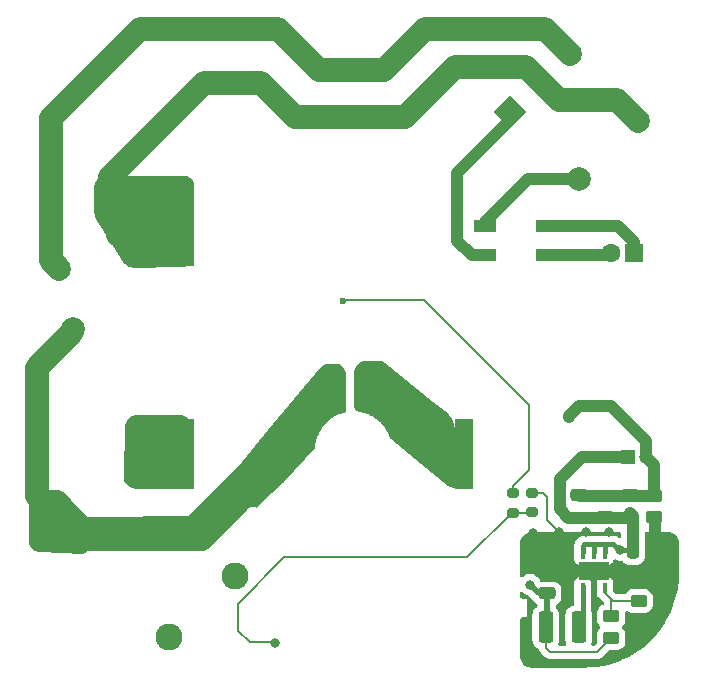
<source format=gbr>
%TF.GenerationSoftware,KiCad,Pcbnew,7.0.7*%
%TF.CreationDate,2023-11-04T15:45:33+01:00*%
%TF.ProjectId,LK-EU01_Smart_Socket_Base,4c4b2d45-5530-4315-9f53-6d6172745f53,rev?*%
%TF.SameCoordinates,Original*%
%TF.FileFunction,Copper,L2,Bot*%
%TF.FilePolarity,Positive*%
%FSLAX46Y46*%
G04 Gerber Fmt 4.6, Leading zero omitted, Abs format (unit mm)*
G04 Created by KiCad (PCBNEW 7.0.7) date 2023-11-04 15:45:33*
%MOMM*%
%LPD*%
G01*
G04 APERTURE LIST*
G04 Aperture macros list*
%AMRoundRect*
0 Rectangle with rounded corners*
0 $1 Rounding radius*
0 $2 $3 $4 $5 $6 $7 $8 $9 X,Y pos of 4 corners*
0 Add a 4 corners polygon primitive as box body*
4,1,4,$2,$3,$4,$5,$6,$7,$8,$9,$2,$3,0*
0 Add four circle primitives for the rounded corners*
1,1,$1+$1,$2,$3*
1,1,$1+$1,$4,$5*
1,1,$1+$1,$6,$7*
1,1,$1+$1,$8,$9*
0 Add four rect primitives between the rounded corners*
20,1,$1+$1,$2,$3,$4,$5,0*
20,1,$1+$1,$4,$5,$6,$7,0*
20,1,$1+$1,$6,$7,$8,$9,0*
20,1,$1+$1,$8,$9,$2,$3,0*%
%AMRotRect*
0 Rectangle, with rotation*
0 The origin of the aperture is its center*
0 $1 length*
0 $2 width*
0 $3 Rotation angle, in degrees counterclockwise*
0 Add horizontal line*
21,1,$1,$2,0,0,$3*%
G04 Aperture macros list end*
%TA.AperFunction,ComponentPad*%
%ADD10R,1.500000X6.000000*%
%TD*%
%TA.AperFunction,SMDPad,CuDef*%
%ADD11RoundRect,0.250000X0.475000X-0.250000X0.475000X0.250000X-0.475000X0.250000X-0.475000X-0.250000X0*%
%TD*%
%TA.AperFunction,ComponentPad*%
%ADD12C,1.600000*%
%TD*%
%TA.AperFunction,SMDPad,CuDef*%
%ADD13R,2.500000X1.600000*%
%TD*%
%TA.AperFunction,SMDPad,CuDef*%
%ADD14R,0.420000X0.840000*%
%TD*%
%TA.AperFunction,SMDPad,CuDef*%
%ADD15R,1.875000X1.050000*%
%TD*%
%TA.AperFunction,ComponentPad*%
%ADD16C,2.000000*%
%TD*%
%TA.AperFunction,ComponentPad*%
%ADD17RotRect,2.000000X2.000000X315.000000*%
%TD*%
%TA.AperFunction,ComponentPad*%
%ADD18C,2.286000*%
%TD*%
%TA.AperFunction,SMDPad,CuDef*%
%ADD19RoundRect,0.250000X-0.250000X-0.475000X0.250000X-0.475000X0.250000X0.475000X-0.250000X0.475000X0*%
%TD*%
%TA.AperFunction,SMDPad,CuDef*%
%ADD20RoundRect,0.250000X0.450000X-0.262500X0.450000X0.262500X-0.450000X0.262500X-0.450000X-0.262500X0*%
%TD*%
%TA.AperFunction,ComponentPad*%
%ADD21C,2.010000*%
%TD*%
%TA.AperFunction,ComponentPad*%
%ADD22C,1.200000*%
%TD*%
%TA.AperFunction,ComponentPad*%
%ADD23R,1.200000X1.200000*%
%TD*%
%TA.AperFunction,SMDPad,CuDef*%
%ADD24RoundRect,0.250000X-0.450000X0.262500X-0.450000X-0.262500X0.450000X-0.262500X0.450000X0.262500X0*%
%TD*%
%TA.AperFunction,SMDPad,CuDef*%
%ADD25RoundRect,0.200000X-0.275000X0.200000X-0.275000X-0.200000X0.275000X-0.200000X0.275000X0.200000X0*%
%TD*%
%TA.AperFunction,ComponentPad*%
%ADD26R,1.600000X1.600000*%
%TD*%
%TA.AperFunction,SMDPad,CuDef*%
%ADD27RoundRect,0.250000X-0.375000X-1.075000X0.375000X-1.075000X0.375000X1.075000X-0.375000X1.075000X0*%
%TD*%
%TA.AperFunction,ViaPad*%
%ADD28C,0.800000*%
%TD*%
%TA.AperFunction,ViaPad*%
%ADD29C,0.600000*%
%TD*%
%TA.AperFunction,Conductor*%
%ADD30C,0.150000*%
%TD*%
%TA.AperFunction,Conductor*%
%ADD31C,1.000000*%
%TD*%
%TA.AperFunction,Conductor*%
%ADD32C,2.000000*%
%TD*%
%TA.AperFunction,Conductor*%
%ADD33C,0.400000*%
%TD*%
%TA.AperFunction,Conductor*%
%ADD34C,0.500000*%
%TD*%
G04 APERTURE END LIST*
D10*
%TO.P,U1,1a,AC_OUT_Line*%
%TO.N,AC_IN_LINE*%
X118050000Y-91790000D03*
%TO.P,U1,2a,AC_OUT_Neutral*%
%TO.N,AC_OUT_NEUTRAL*%
X118050000Y-110700000D03*
%TO.P,U1,3a,AC_IN_Neutral*%
%TO.N,AC_IN_NEUTRAL*%
X141630000Y-110690000D03*
%TD*%
D11*
%TO.P,HLC3,2*%
%TO.N,GND3*%
X155670000Y-114180000D03*
%TO.P,HLC3,1*%
%TO.N,5V0*%
X155670000Y-116080000D03*
%TD*%
D12*
%TO.P,HLV1,2*%
%TO.N,AC_IN_LINE*%
X111680000Y-88300000D03*
%TO.P,HLV1,1*%
%TO.N,Net-(HLC2-Pad1)*%
X106680000Y-89600000D03*
%TD*%
D13*
%TO.P,AUR1,7,GND*%
%TO.N,GND*%
X152630000Y-120570000D03*
D14*
%TO.P,AUR1,6,EN*%
%TO.N,5V0*%
X153580000Y-119135000D03*
%TO.P,AUR1,5,VIN_A*%
X152630000Y-119135000D03*
%TO.P,AUR1,4,VIN_SW*%
X151680000Y-119135000D03*
%TO.P,AUR1,3,SW*%
%TO.N,Net-(AUR1-SW)*%
X151680000Y-122005000D03*
%TO.P,AUR1,2,GND*%
%TO.N,GND*%
X152630000Y-122005000D03*
%TO.P,AUR1,1,FB*%
%TO.N,Net-(AUR1-FB)*%
X153580000Y-122005000D03*
%TD*%
D15*
%TO.P,D2,4*%
%TO.N,Net-(D2-Pad4)*%
X143378250Y-93830000D03*
%TO.P,D2,3*%
%TO.N,GND3*%
X148703250Y-93830000D03*
%TO.P,D2,2*%
%TO.N,Net-(D2-Pad2)*%
X143378250Y-91330000D03*
%TO.P,D2,1*%
%TO.N,Net-(U3-DRAIN)*%
X148703250Y-91330000D03*
%TD*%
D16*
%TO.P,HLL2,4,4*%
%TO.N,AC_IN_LINE*%
X156388393Y-82480164D03*
%TO.P,HLL2,3,3*%
%TO.N,Net-(D2-Pad2)*%
X151350257Y-87408698D03*
%TO.P,HLL2,2,2*%
%TO.N,Net-(HLC2-Pad1)*%
X150602138Y-76764620D03*
D17*
%TO.P,HLL2,1,1*%
%TO.N,Net-(D2-Pad4)*%
X145553396Y-81710832D03*
%TD*%
D16*
%TO.P,HLC2,2*%
%TO.N,AC_IN_LINE*%
X117860000Y-81030000D03*
%TO.P,HLC2,1*%
%TO.N,Net-(HLC2-Pad1)*%
X107860000Y-81030000D03*
%TD*%
D18*
%TO.P,U2,4*%
%TO.N,AC_IN_NEUTRAL_HAL*%
X106759581Y-115505892D03*
%TO.P,U2,3*%
%TO.N,AC_OUT_NEUTRAL*%
X114009719Y-112122328D03*
%TO.P,U2,2*%
%TO.N,Net-(HLD1-K)*%
X122240946Y-120963901D03*
%TO.P,U2,1*%
%TO.N,GND*%
X116675344Y-126153908D03*
%TD*%
D19*
%TO.P,AC2,2*%
%TO.N,GND*%
X157840000Y-118840000D03*
%TO.P,AC2,1*%
%TO.N,5V0*%
X155940000Y-118840000D03*
%TD*%
D11*
%TO.P,AC1,2*%
%TO.N,GND*%
X148660000Y-120570000D03*
%TO.P,AC1,1*%
%TO.N,3V3*%
X148660000Y-122470000D03*
%TD*%
D20*
%TO.P,AR1,2*%
%TO.N,GND*%
X156410000Y-121307500D03*
%TO.P,AR1,1*%
%TO.N,Net-(AUR1-FB)*%
X156410000Y-123132500D03*
%TD*%
D21*
%TO.P,PF1,2*%
%TO.N,AC_IN_NEUTRAL_HAL*%
X108570000Y-100070000D03*
%TO.P,PF1,1*%
%TO.N,Net-(HLC2-Pad1)*%
X107370000Y-94970000D03*
%TD*%
D22*
%TO.P,C1,2*%
%TO.N,GND3*%
X157030000Y-110900000D03*
D23*
%TO.P,C1,1*%
%TO.N,5V0*%
X155530000Y-110900000D03*
%TD*%
D24*
%TO.P,AR3,2*%
%TO.N,5V0*%
X153540000Y-116022500D03*
%TO.P,AR3,1*%
%TO.N,GND3*%
X153540000Y-114197500D03*
%TD*%
D25*
%TO.P,ER1,2*%
%TO.N,ACS_HALL_PAD1B*%
X145750000Y-115625000D03*
%TO.P,ER1,1*%
%TO.N,Net-(ACS1-VIOUT)*%
X145750000Y-113975000D03*
%TD*%
%TO.P,ER2,2*%
%TO.N,ACS_HALL_PAD1B*%
X147360000Y-115615000D03*
%TO.P,ER2,1*%
%TO.N,GND*%
X147360000Y-113965000D03*
%TD*%
D11*
%TO.P,HLC1,2*%
%TO.N,GND3*%
X151410000Y-114170000D03*
%TO.P,HLC1,1*%
%TO.N,5V0*%
X151410000Y-116070000D03*
%TD*%
D20*
%TO.P,AR2,2*%
%TO.N,Net-(AUR1-FB)*%
X154090000Y-124422500D03*
%TO.P,AR2,1*%
%TO.N,3V3*%
X154090000Y-126247500D03*
%TD*%
D24*
%TO.P,HLR1,2*%
%TO.N,GND*%
X157700000Y-116022500D03*
%TO.P,HLR1,1*%
%TO.N,GND3*%
X157700000Y-114197500D03*
%TD*%
D12*
%TO.P,C2,2*%
%TO.N,GND3*%
X154070000Y-93650000D03*
D26*
%TO.P,C2,1*%
%TO.N,Net-(U3-DRAIN)*%
X156070000Y-93650000D03*
%TD*%
D27*
%TO.P,AL1,2,2*%
%TO.N,Net-(AUR1-SW)*%
X151350000Y-125335000D03*
%TO.P,AL1,1,1*%
%TO.N,3V3*%
X148550000Y-125335000D03*
%TD*%
D28*
%TO.N,ACS_HALL_PAD1B*%
X125610000Y-126670000D03*
%TO.N,GND3*%
X151380000Y-106590000D03*
X150490000Y-107570000D03*
%TO.N,5V0*%
X154870000Y-118800000D03*
%TO.N,GND*%
X146860000Y-127810000D03*
X156530000Y-125290000D03*
X146840000Y-119250000D03*
X147490000Y-117330000D03*
X157770000Y-117250000D03*
X154990000Y-120920000D03*
X151950000Y-117290000D03*
X149690000Y-117290000D03*
X153880000Y-117280000D03*
X150260000Y-120590000D03*
X157960000Y-120800000D03*
%TO.N,3V3*%
X147220000Y-121730000D03*
%TO.N,AC_IN_NEUTRAL*%
X136190000Y-108500000D03*
X133540000Y-106330000D03*
X136710000Y-106820000D03*
X139390000Y-107300000D03*
X139270000Y-109180000D03*
X135330000Y-104090000D03*
X139430000Y-111100000D03*
X135360000Y-105790000D03*
X138020000Y-106110000D03*
X138050000Y-107910000D03*
X137650000Y-109560000D03*
X136620000Y-105100000D03*
%TO.N,AC_IN_LINE*%
X115840000Y-91070000D03*
X114130000Y-91640000D03*
X112340000Y-92100000D03*
X115330000Y-92980000D03*
X114410000Y-94310000D03*
X115440000Y-87840000D03*
X113180000Y-93750000D03*
X111440000Y-90460000D03*
X115390000Y-89310000D03*
X117650000Y-87840000D03*
X113430000Y-87900000D03*
X114030000Y-90180000D03*
X116220000Y-94260000D03*
%TO.N,AC_OUT_NEUTRAL*%
X113550000Y-107950000D03*
X113710000Y-110050000D03*
X116060000Y-113030000D03*
X116170000Y-111500000D03*
X116050000Y-110020000D03*
X116160000Y-108010000D03*
X114760000Y-108740000D03*
D29*
%TO.N,Net-(ACS1-VIOUT)*%
X131360000Y-97740000D03*
D28*
%TO.N,AC_IN_NEUTRAL_HAL*%
X125860000Y-109580000D03*
X109010000Y-116440000D03*
X127960000Y-109590000D03*
X127050000Y-108110000D03*
X122690000Y-112780000D03*
X119770000Y-115510000D03*
X113620000Y-116640000D03*
X109800000Y-118050000D03*
X124330000Y-111040000D03*
X107190000Y-117800000D03*
X130390000Y-106260000D03*
X126110000Y-111140000D03*
X124490000Y-112640000D03*
X115680000Y-116600000D03*
X114550000Y-117900000D03*
X128970000Y-107450000D03*
X123040000Y-114300000D03*
X116840000Y-118180000D03*
X121400000Y-115820000D03*
X111180000Y-116640000D03*
X121410000Y-114050000D03*
X128710000Y-105910000D03*
X118070000Y-116680000D03*
X112350000Y-118110000D03*
X119760000Y-117510000D03*
%TD*%
D30*
%TO.N,Net-(ACS1-VIOUT)*%
X145750000Y-113360000D02*
X145750000Y-113975000D01*
X147120000Y-111990000D02*
X145750000Y-113360000D01*
X138260000Y-97630000D02*
X147120000Y-106490000D01*
X147120000Y-106490000D02*
X147120000Y-111990000D01*
X131470000Y-97630000D02*
X138260000Y-97630000D01*
X131360000Y-97740000D02*
X131470000Y-97630000D01*
%TO.N,ACS_HALL_PAD1B*%
X125570000Y-126630000D02*
X125610000Y-126670000D01*
X122480000Y-123330000D02*
X122480000Y-125630000D01*
X126420000Y-119390000D02*
X122480000Y-123330000D01*
X145675000Y-115625000D02*
X141910000Y-119390000D01*
X145750000Y-115625000D02*
X145675000Y-115625000D01*
X141910000Y-119390000D02*
X126420000Y-119390000D01*
X122480000Y-125630000D02*
X123480000Y-126630000D01*
X123480000Y-126630000D02*
X125570000Y-126630000D01*
X125650000Y-126630000D02*
X125720000Y-126630000D01*
X125610000Y-126670000D02*
X125650000Y-126630000D01*
D31*
%TO.N,GND3*%
X153920000Y-93800000D02*
X154070000Y-93650000D01*
X151380000Y-106590000D02*
X150490000Y-107480000D01*
X151430000Y-114190000D02*
X157652500Y-114190000D01*
X157030000Y-110900000D02*
X157030000Y-109570000D01*
X157700000Y-111570000D02*
X157030000Y-110900000D01*
X150490000Y-107480000D02*
X150490000Y-107570000D01*
X148703250Y-93830000D02*
X148733250Y-93800000D01*
X148733250Y-93800000D02*
X153920000Y-93800000D01*
X154050000Y-106590000D02*
X151380000Y-106590000D01*
X157030000Y-109570000D02*
X154050000Y-106590000D01*
X157700000Y-114197500D02*
X157700000Y-111570000D01*
D32*
%TO.N,Net-(HLC2-Pad1)*%
X106680000Y-94280000D02*
X107370000Y-94970000D01*
X125856854Y-74646854D02*
X129360000Y-78150000D01*
X148484372Y-74646854D02*
X150602138Y-76764620D01*
X106680000Y-82210000D02*
X107860000Y-81030000D01*
X106680000Y-89600000D02*
X106680000Y-82210000D01*
X107860000Y-81030000D02*
X114243146Y-74646854D01*
X106680000Y-89600000D02*
X106680000Y-94280000D01*
X138333146Y-74646854D02*
X148484372Y-74646854D01*
X129360000Y-78150000D02*
X134830000Y-78150000D01*
X134830000Y-78150000D02*
X138333146Y-74646854D01*
X114243146Y-74646854D02*
X125856854Y-74646854D01*
D33*
%TO.N,5V0*%
X153570000Y-118995000D02*
X153570000Y-118350000D01*
X153570000Y-118350000D02*
X153520000Y-118300000D01*
X155900000Y-118800000D02*
X155940000Y-118840000D01*
X152690000Y-118300000D02*
X153520000Y-118300000D01*
D31*
X149730000Y-113910000D02*
X149730000Y-112800000D01*
D33*
X151670000Y-118995000D02*
X151670000Y-118430000D01*
X153520000Y-118300000D02*
X154290000Y-118300000D01*
X152620000Y-118995000D02*
X152620000Y-118370000D01*
D31*
X150450000Y-116070000D02*
X149730000Y-115350000D01*
D33*
X154870000Y-118800000D02*
X155900000Y-118800000D01*
X154830000Y-118840000D02*
X154870000Y-118800000D01*
X151800000Y-118300000D02*
X152690000Y-118300000D01*
X151670000Y-118430000D02*
X151800000Y-118300000D01*
D31*
X155940000Y-118840000D02*
X155940000Y-115910000D01*
D33*
X152620000Y-118370000D02*
X152690000Y-118300000D01*
D31*
X151410000Y-116070000D02*
X150450000Y-116070000D01*
D30*
X149730000Y-115560000D02*
X149730000Y-113910000D01*
D31*
X151630000Y-110900000D02*
X155530000Y-110900000D01*
X149730000Y-115350000D02*
X149730000Y-113910000D01*
X155940000Y-115910000D02*
X155690000Y-115660000D01*
D33*
X154290000Y-118300000D02*
X154830000Y-118840000D01*
D31*
X149730000Y-112800000D02*
X151630000Y-110900000D01*
X155640000Y-116070000D02*
X151410000Y-116070000D01*
D33*
%TO.N,GND*%
X156410000Y-121307500D02*
X155447500Y-121307500D01*
X150240000Y-120570000D02*
X148660000Y-120570000D01*
X150280000Y-120570000D02*
X150260000Y-120590000D01*
X154990000Y-120850000D02*
X154710000Y-120570000D01*
X150260000Y-120590000D02*
X150240000Y-120570000D01*
X157840000Y-120680000D02*
X157960000Y-120800000D01*
D30*
X149690000Y-117290000D02*
X148660000Y-116260000D01*
D33*
X157840000Y-120840000D02*
X157372500Y-121307500D01*
X157840000Y-118840000D02*
X157840000Y-120680000D01*
D30*
X148660000Y-116260000D02*
X148660000Y-114300000D01*
D33*
X152630000Y-122005000D02*
X152630000Y-120570000D01*
X154710000Y-120570000D02*
X152630000Y-120570000D01*
X155060000Y-120920000D02*
X154990000Y-120920000D01*
X157372500Y-121307500D02*
X156410000Y-121307500D01*
D31*
X157770000Y-116500000D02*
X157770000Y-117250000D01*
D33*
X155447500Y-121307500D02*
X155060000Y-120920000D01*
X154990000Y-120920000D02*
X154990000Y-120850000D01*
X152630000Y-120570000D02*
X150280000Y-120570000D01*
X157960000Y-120800000D02*
X157840000Y-120840000D01*
D30*
X148325000Y-113965000D02*
X147360000Y-113965000D01*
X148660000Y-114300000D02*
X148325000Y-113965000D01*
%TO.N,3V3*%
X152900000Y-127470000D02*
X148950000Y-127470000D01*
D34*
X148660000Y-122470000D02*
X148660000Y-125225000D01*
D30*
X148950000Y-127470000D02*
X148550000Y-127070000D01*
X148550000Y-127070000D02*
X148550000Y-125335000D01*
X154090000Y-126247500D02*
X154090000Y-126280000D01*
D34*
X147960000Y-122470000D02*
X148660000Y-122470000D01*
D30*
X154090000Y-126280000D02*
X152900000Y-127470000D01*
D34*
X147220000Y-121730000D02*
X147960000Y-122470000D01*
X148660000Y-125225000D02*
X148550000Y-125335000D01*
D33*
%TO.N,Net-(AUR1-SW)*%
X151670000Y-125015000D02*
X151350000Y-125335000D01*
X151670000Y-121865000D02*
X151670000Y-125015000D01*
D30*
%TO.N,Net-(AUR1-FB)*%
X153570000Y-122450000D02*
X154005000Y-122885000D01*
X154005000Y-122885000D02*
X154130000Y-123010000D01*
X154130000Y-123010000D02*
X154090000Y-123050000D01*
X156410000Y-123132500D02*
X154252500Y-123132500D01*
X154252500Y-123132500D02*
X154005000Y-122885000D01*
X153570000Y-121865000D02*
X153570000Y-122450000D01*
X154090000Y-123050000D02*
X154090000Y-124422500D01*
D34*
%TO.N,AC_IN_NEUTRAL*%
X140610000Y-110550000D02*
X141330000Y-110550000D01*
D32*
X140540000Y-110590000D02*
X140500000Y-110550000D01*
%TO.N,AC_IN_LINE*%
X112340000Y-90340000D02*
X112460000Y-90460000D01*
X111440000Y-90460000D02*
X111440000Y-89440000D01*
X111680000Y-88300000D02*
X111680000Y-87210000D01*
X146910000Y-77890000D02*
X149690000Y-80670000D01*
X113990000Y-91640000D02*
X114000000Y-91650000D01*
X111680000Y-87210000D02*
X117860000Y-81030000D01*
X116960000Y-91700000D02*
X116910000Y-91650000D01*
X114130000Y-91640000D02*
X113990000Y-91640000D01*
X112460000Y-90460000D02*
X111440000Y-90460000D01*
X114100000Y-92100000D02*
X112340000Y-92100000D01*
X113650000Y-91650000D02*
X114100000Y-92100000D01*
X124440000Y-79280000D02*
X127300000Y-82140000D01*
X136660000Y-82140000D02*
X140910000Y-77890000D01*
X115840000Y-91070000D02*
X115840000Y-92470000D01*
X154578229Y-80670000D02*
X156388393Y-82480164D01*
X115840000Y-92470000D02*
X115330000Y-92980000D01*
X140910000Y-77890000D02*
X146910000Y-77890000D01*
X117860000Y-81030000D02*
X119610000Y-79280000D01*
X127300000Y-82140000D02*
X136660000Y-82140000D01*
X149690000Y-80670000D02*
X154578229Y-80670000D01*
X117240000Y-91070000D02*
X115840000Y-91070000D01*
X115330000Y-92980000D02*
X114130000Y-91780000D01*
X114000000Y-91650000D02*
X113650000Y-91650000D01*
X111680000Y-89680000D02*
X111680000Y-88300000D01*
X119610000Y-79280000D02*
X124440000Y-79280000D01*
X111440000Y-89440000D02*
X111680000Y-89680000D01*
X116660000Y-91650000D02*
X117240000Y-91070000D01*
X116910000Y-91650000D02*
X116660000Y-91650000D01*
X114130000Y-91780000D02*
X114130000Y-91640000D01*
X112340000Y-92100000D02*
X112340000Y-90340000D01*
D31*
%TO.N,Net-(U3-DRAIN)*%
X156070000Y-92750000D02*
X156070000Y-93650000D01*
X154680000Y-91360000D02*
X156070000Y-92750000D01*
X148703250Y-91330000D02*
X148733250Y-91360000D01*
X148733250Y-91360000D02*
X154680000Y-91360000D01*
D32*
%TO.N,AC_OUT_NEUTRAL*%
X116170000Y-109962047D02*
X116170000Y-111500000D01*
X115552047Y-110580000D02*
X116170000Y-109962047D01*
X116940000Y-110580000D02*
X116050000Y-110020000D01*
X116170000Y-111500000D02*
X114632047Y-111500000D01*
X114632047Y-111500000D02*
X114009719Y-112122328D01*
X116050000Y-110020000D02*
X115552047Y-110580000D01*
D31*
%TO.N,Net-(D2-Pad2)*%
X143378250Y-91051750D02*
X143378250Y-91330000D01*
X147021302Y-87408698D02*
X143378250Y-91051750D01*
X151350257Y-87408698D02*
X147021302Y-87408698D01*
%TO.N,Net-(D2-Pad4)*%
X141070000Y-86910000D02*
X141070000Y-92620000D01*
X142280000Y-93830000D02*
X143378250Y-93830000D01*
X145553396Y-82426604D02*
X141070000Y-86910000D01*
X145553396Y-81710832D02*
X145553396Y-82426604D01*
X141070000Y-92620000D02*
X142280000Y-93830000D01*
D30*
%TO.N,ACS_HALL_PAD1B*%
X146530000Y-115625000D02*
X147350000Y-115625000D01*
X145750000Y-115625000D02*
X146530000Y-115625000D01*
D32*
%TO.N,AC_IN_NEUTRAL_HAL*%
X105476854Y-103363146D02*
X108480000Y-100360000D01*
X106759581Y-115505892D02*
X105476854Y-114223165D01*
X105476854Y-114223165D02*
X105476854Y-103363146D01*
%TD*%
%TA.AperFunction,Conductor*%
%TO.N,AC_IN_NEUTRAL_HAL*%
G36*
X130698062Y-103010272D02*
G01*
X130867977Y-103025401D01*
X130892116Y-103029995D01*
X131046827Y-103075716D01*
X131069580Y-103084979D01*
X131212231Y-103160317D01*
X131232716Y-103173891D01*
X131357696Y-103275880D01*
X131375103Y-103293228D01*
X131477512Y-103417865D01*
X131491157Y-103438309D01*
X131566969Y-103580695D01*
X131576314Y-103603430D01*
X131622550Y-103757970D01*
X131627227Y-103782099D01*
X131642927Y-103951960D01*
X131643189Y-103958111D01*
X131621399Y-107022987D01*
X131601238Y-107089884D01*
X131548110Y-107135263D01*
X131534423Y-107140450D01*
X131479645Y-107157585D01*
X131474461Y-107158964D01*
X131408763Y-107173426D01*
X131408757Y-107173427D01*
X131187772Y-107247886D01*
X131174946Y-107248391D01*
X131139873Y-107263771D01*
X131134770Y-107265745D01*
X131108509Y-107274593D01*
X131074597Y-107286020D01*
X131074594Y-107286021D01*
X131074586Y-107286024D01*
X130754575Y-107434076D01*
X130754562Y-107434083D01*
X130452441Y-107615862D01*
X130452425Y-107615873D01*
X130171711Y-107829265D01*
X130171701Y-107829273D01*
X129915700Y-108071770D01*
X129687425Y-108340515D01*
X129687418Y-108340525D01*
X129489541Y-108632370D01*
X129489533Y-108632384D01*
X129489533Y-108632385D01*
X129394762Y-108811144D01*
X129324360Y-108943936D01*
X129324358Y-108943939D01*
X129193842Y-109271510D01*
X129193840Y-109271516D01*
X129099511Y-109611260D01*
X129099509Y-109611268D01*
X129042461Y-109959249D01*
X129042460Y-109959253D01*
X129038559Y-110031196D01*
X129035635Y-110052061D01*
X129031672Y-110069432D01*
X129015666Y-110107992D01*
X128996447Y-110138470D01*
X128983813Y-110155185D01*
X126357500Y-113079379D01*
X126357501Y-113079380D01*
X126329394Y-113109409D01*
X126300087Y-113138245D01*
X125376253Y-114010601D01*
X124135884Y-115181852D01*
X124073627Y-115213567D01*
X124004107Y-115206588D01*
X123986073Y-115197491D01*
X123918771Y-115156346D01*
X123812797Y-115120501D01*
X123701531Y-115108934D01*
X123701530Y-115108934D01*
X123701529Y-115108934D01*
X123590450Y-115122211D01*
X123485040Y-115159680D01*
X123485038Y-115159681D01*
X123390503Y-115219490D01*
X123350853Y-115259313D01*
X123294466Y-115315840D01*
X123236897Y-115369919D01*
X123230042Y-115380426D01*
X119921569Y-118697178D01*
X119886609Y-118730004D01*
X119883563Y-118732683D01*
X119837065Y-118770943D01*
X119832175Y-118774579D01*
X119784128Y-118806766D01*
X119777085Y-118810842D01*
X119726139Y-118836022D01*
X119718625Y-118839141D01*
X119664846Y-118857433D01*
X119656993Y-118859542D01*
X119600267Y-118870849D01*
X119594232Y-118871746D01*
X119534309Y-118877659D01*
X119530253Y-118877926D01*
X119482284Y-118879500D01*
X110051961Y-118879500D01*
X110042791Y-118876807D01*
X109960537Y-118879500D01*
X109823600Y-118879500D01*
X109713649Y-118904596D01*
X109612033Y-118953532D01*
X109612030Y-118953533D01*
X109523852Y-119023855D01*
X109484656Y-119073003D01*
X109427467Y-119113142D01*
X109411903Y-119117304D01*
X109404206Y-119118835D01*
X109374601Y-119121100D01*
X105736151Y-118962093D01*
X105730257Y-118961552D01*
X105556191Y-118937179D01*
X105533204Y-118931686D01*
X105375349Y-118877615D01*
X105353821Y-118867860D01*
X105209095Y-118784822D01*
X105189809Y-118771160D01*
X105063464Y-118662169D01*
X105047122Y-118645096D01*
X104943751Y-118514114D01*
X104930946Y-118494255D01*
X104854301Y-118346031D01*
X104845497Y-118324100D01*
X104798372Y-118164042D01*
X104793887Y-118140838D01*
X104777634Y-117971065D01*
X104777354Y-117965192D01*
X104777354Y-114717603D01*
X104777644Y-114711610D01*
X104794366Y-114539364D01*
X104798973Y-114515862D01*
X104847413Y-114353745D01*
X104856456Y-114331564D01*
X104935177Y-114181789D01*
X104948309Y-114161775D01*
X105054382Y-114029925D01*
X105071118Y-114012814D01*
X105200561Y-113903840D01*
X105220273Y-113890267D01*
X105368271Y-113808222D01*
X105390238Y-113798690D01*
X105551242Y-113746651D01*
X105574635Y-113741522D01*
X105751616Y-113720351D01*
X105757582Y-113719930D01*
X107098353Y-113690061D01*
X107104860Y-113690259D01*
X107298231Y-113706371D01*
X107323846Y-113711258D01*
X107500136Y-113764621D01*
X107524165Y-113774762D01*
X107584741Y-113808228D01*
X107685380Y-113863828D01*
X107706762Y-113878777D01*
X107853199Y-114006059D01*
X107857892Y-114010593D01*
X108350360Y-114539372D01*
X109420086Y-115687973D01*
X109420089Y-115687976D01*
X109720000Y-116010000D01*
X110160034Y-116006409D01*
X110160035Y-116006410D01*
X110625603Y-116002611D01*
X118300000Y-115940000D01*
X118979148Y-115255954D01*
X122429428Y-111780793D01*
X122429439Y-111780780D01*
X122460000Y-111750000D01*
X125040160Y-108655935D01*
X129442103Y-103377230D01*
X129446651Y-103372340D01*
X129589915Y-103234098D01*
X129611058Y-103217708D01*
X129772050Y-103118725D01*
X129796211Y-103107259D01*
X129974693Y-103045138D01*
X130000767Y-103039122D01*
X130115893Y-103025401D01*
X130198447Y-103015562D01*
X130205125Y-103015129D01*
X130691925Y-103010032D01*
X130698062Y-103010272D01*
G37*
%TD.AperFunction*%
%TD*%
%TA.AperFunction,Conductor*%
%TO.N,AC_OUT_NEUTRAL*%
G36*
X117581220Y-107359321D02*
G01*
X117763737Y-107375917D01*
X117787930Y-107380576D01*
X117954643Y-107430278D01*
X117977441Y-107439629D01*
X118131035Y-107521315D01*
X118151534Y-107534991D01*
X118285935Y-107645431D01*
X118303326Y-107662890D01*
X118413241Y-107797735D01*
X118426834Y-107818285D01*
X118507915Y-107972204D01*
X118517174Y-107995034D01*
X118566216Y-108161944D01*
X118570779Y-108186159D01*
X118586652Y-108368724D01*
X118586880Y-108374891D01*
X118532696Y-112608046D01*
X118532324Y-112614080D01*
X118512568Y-112792497D01*
X118507589Y-112816116D01*
X118456376Y-112978646D01*
X118446915Y-113000852D01*
X118365186Y-113150379D01*
X118351603Y-113170332D01*
X118242454Y-113301192D01*
X118225262Y-113318136D01*
X118092829Y-113425370D01*
X118072681Y-113438662D01*
X117921975Y-113518211D01*
X117899633Y-113527347D01*
X117736380Y-113576190D01*
X117712691Y-113580825D01*
X117662646Y-113585630D01*
X117533998Y-113597984D01*
X117527977Y-113598267D01*
X116032601Y-113595658D01*
X113817487Y-113591792D01*
X113811313Y-113591474D01*
X113628718Y-113572890D01*
X113604536Y-113567960D01*
X113438130Y-113516342D01*
X113415406Y-113506722D01*
X113262515Y-113423167D01*
X113242145Y-113409236D01*
X113108830Y-113297057D01*
X113091622Y-113279368D01*
X112983165Y-113143011D01*
X112969803Y-113122267D01*
X112890499Y-112967131D01*
X112881508Y-112944147D01*
X112834499Y-112776380D01*
X112830238Y-112752071D01*
X112820030Y-112614080D01*
X112816697Y-112569027D01*
X112816550Y-112562861D01*
X112924965Y-108368553D01*
X112925405Y-108362616D01*
X112946894Y-108187125D01*
X112952033Y-108163914D01*
X113003850Y-108004275D01*
X113013316Y-107982488D01*
X113094652Y-107835659D01*
X113108106Y-107816073D01*
X113215969Y-107687462D01*
X113232897Y-107670819D01*
X113363332Y-107565148D01*
X113383134Y-107552036D01*
X113531325Y-107473205D01*
X113553271Y-107464110D01*
X113713777Y-107415011D01*
X113737065Y-107410269D01*
X113912913Y-107391763D01*
X113918827Y-107391426D01*
X117575066Y-107359070D01*
X117581220Y-107359321D01*
G37*
%TD.AperFunction*%
%TD*%
%TA.AperFunction,Conductor*%
%TO.N,GND*%
G36*
X154882539Y-117269685D02*
G01*
X154928294Y-117322489D01*
X154939500Y-117374000D01*
X154939500Y-117660883D01*
X154919815Y-117727922D01*
X154867011Y-117773677D01*
X154797853Y-117783621D01*
X154745062Y-117762934D01*
X154716582Y-117743276D01*
X154706875Y-117736576D01*
X154703887Y-117734377D01*
X154666646Y-117705201D01*
X154655060Y-117696124D01*
X154655055Y-117696120D01*
X154645813Y-117691961D01*
X154626266Y-117680936D01*
X154624657Y-117679826D01*
X154617930Y-117675182D01*
X154559938Y-117653188D01*
X154556490Y-117651759D01*
X154499930Y-117626304D01*
X154489946Y-117624474D01*
X154468343Y-117618451D01*
X154458874Y-117614860D01*
X154458870Y-117614859D01*
X154397313Y-117607384D01*
X154393612Y-117606821D01*
X154332608Y-117595642D01*
X154332603Y-117595642D01*
X154270697Y-117599387D01*
X154266952Y-117599500D01*
X153594927Y-117599500D01*
X153572576Y-117597469D01*
X153562607Y-117595642D01*
X153562603Y-117595642D01*
X153500697Y-117599387D01*
X153496952Y-117599500D01*
X152713048Y-117599500D01*
X152709303Y-117599387D01*
X152647396Y-117595642D01*
X152647392Y-117595642D01*
X152637424Y-117597469D01*
X152615073Y-117599500D01*
X151823048Y-117599500D01*
X151819303Y-117599387D01*
X151757396Y-117595642D01*
X151757389Y-117595642D01*
X151696386Y-117606821D01*
X151692685Y-117607384D01*
X151631128Y-117614859D01*
X151631121Y-117614861D01*
X151621647Y-117618454D01*
X151600049Y-117624475D01*
X151590069Y-117626304D01*
X151533519Y-117651755D01*
X151530060Y-117653188D01*
X151472071Y-117675181D01*
X151472066Y-117675184D01*
X151463722Y-117680943D01*
X151444187Y-117691961D01*
X151434947Y-117696120D01*
X151434945Y-117696121D01*
X151386136Y-117734359D01*
X151383122Y-117736576D01*
X151332070Y-117771817D01*
X151332068Y-117771818D01*
X151290942Y-117818240D01*
X151288375Y-117820966D01*
X151190966Y-117918375D01*
X151188240Y-117920942D01*
X151141818Y-117962068D01*
X151106586Y-118013109D01*
X151104368Y-118016124D01*
X151066124Y-118064939D01*
X151066119Y-118064948D01*
X151061960Y-118074188D01*
X151050942Y-118093723D01*
X151045187Y-118102061D01*
X151045183Y-118102067D01*
X151045182Y-118102070D01*
X151045180Y-118102074D01*
X151045179Y-118102077D01*
X151023189Y-118160055D01*
X151021757Y-118163513D01*
X150996305Y-118220068D01*
X150994477Y-118230042D01*
X150988453Y-118251653D01*
X150984860Y-118261127D01*
X150984859Y-118261128D01*
X150977384Y-118322685D01*
X150976821Y-118326386D01*
X150965642Y-118387390D01*
X150965642Y-118387395D01*
X150969387Y-118449302D01*
X150969500Y-118453047D01*
X150969500Y-119602870D01*
X150969501Y-119602876D01*
X150975908Y-119662483D01*
X151026202Y-119797328D01*
X151026206Y-119797335D01*
X151112452Y-119912544D01*
X151112455Y-119912547D01*
X151227664Y-119998793D01*
X151227671Y-119998797D01*
X151272618Y-120015560D01*
X151362517Y-120049091D01*
X151422127Y-120055500D01*
X151937872Y-120055499D01*
X151997483Y-120049091D01*
X152111667Y-120006502D01*
X152181358Y-120001519D01*
X152198330Y-120006502D01*
X152312517Y-120049091D01*
X152372127Y-120055500D01*
X152887872Y-120055499D01*
X152947483Y-120049091D01*
X153061668Y-120006502D01*
X153131357Y-120001519D01*
X153148332Y-120006503D01*
X153181415Y-120018842D01*
X153262517Y-120049091D01*
X153322127Y-120055500D01*
X153837872Y-120055499D01*
X153897483Y-120049091D01*
X154032331Y-119998796D01*
X154147546Y-119912546D01*
X154233796Y-119797331D01*
X154238897Y-119783656D01*
X154282011Y-119668060D01*
X154323882Y-119612126D01*
X154389346Y-119587708D01*
X154448628Y-119598112D01*
X154590197Y-119661144D01*
X154775354Y-119700500D01*
X154775355Y-119700500D01*
X154971145Y-119700500D01*
X154971144Y-119702026D01*
X155032197Y-119713182D01*
X155081984Y-119758844D01*
X155097288Y-119783656D01*
X155221344Y-119907712D01*
X155370666Y-119999814D01*
X155537203Y-120054999D01*
X155639991Y-120065500D01*
X156240008Y-120065499D01*
X156240016Y-120065498D01*
X156240019Y-120065498D01*
X156337892Y-120055500D01*
X156342797Y-120054999D01*
X156509334Y-119999814D01*
X156658656Y-119907712D01*
X156782712Y-119783656D01*
X156874814Y-119634334D01*
X156929999Y-119467797D01*
X156940500Y-119365009D01*
X156940500Y-118842606D01*
X156940500Y-117374000D01*
X156960185Y-117306961D01*
X157012989Y-117261206D01*
X157064500Y-117250000D01*
X158843805Y-117250000D01*
X158849886Y-117250299D01*
X158910921Y-117256310D01*
X159029795Y-117268018D01*
X159053623Y-117272757D01*
X159217855Y-117322576D01*
X159240307Y-117331877D01*
X159390724Y-117412276D01*
X159391652Y-117412772D01*
X159411864Y-117426277D01*
X159544520Y-117535145D01*
X159561708Y-117552333D01*
X159670576Y-117684989D01*
X159684081Y-117705201D01*
X159764975Y-117856543D01*
X159774278Y-117879001D01*
X159824094Y-118043224D01*
X159828836Y-118067064D01*
X159846055Y-118241890D01*
X159846354Y-118247971D01*
X159846354Y-120756854D01*
X159835366Y-121078511D01*
X159827746Y-121291880D01*
X159826651Y-121312291D01*
X159826415Y-121315308D01*
X159796429Y-121606997D01*
X159769238Y-121859914D01*
X159768782Y-121863518D01*
X159768372Y-121866263D01*
X159718725Y-122154217D01*
X159672275Y-122411672D01*
X159671497Y-122415343D01*
X159602649Y-122697862D01*
X159537351Y-122953698D01*
X159536372Y-122957122D01*
X159448774Y-123233121D01*
X159364938Y-123485009D01*
X159363787Y-123488175D01*
X159257809Y-123756917D01*
X159155915Y-124002909D01*
X159154625Y-124005811D01*
X159030732Y-124266324D01*
X158911268Y-124504980D01*
X158909869Y-124507614D01*
X158768621Y-124758826D01*
X158632211Y-124988729D01*
X158630734Y-124991096D01*
X158472777Y-125231923D01*
X158319366Y-125452877D01*
X158144580Y-125683367D01*
X157975747Y-125892875D01*
X157785696Y-126110834D01*
X157602284Y-126307834D01*
X157397834Y-126512284D01*
X157200834Y-126695696D01*
X156982875Y-126885747D01*
X156773367Y-127054580D01*
X156542877Y-127229366D01*
X156321923Y-127382777D01*
X156081096Y-127540734D01*
X156078729Y-127542211D01*
X155848826Y-127678621D01*
X155597614Y-127819869D01*
X155594980Y-127821268D01*
X155356324Y-127940732D01*
X155095811Y-128064625D01*
X155092909Y-128065915D01*
X154846917Y-128167809D01*
X154578175Y-128273787D01*
X154575009Y-128274938D01*
X154323121Y-128358774D01*
X154047122Y-128446372D01*
X154043698Y-128447351D01*
X153787862Y-128512649D01*
X153505343Y-128581497D01*
X153501672Y-128582275D01*
X153244217Y-128628725D01*
X152956263Y-128678372D01*
X152953518Y-128678782D01*
X152950357Y-128679181D01*
X152949891Y-128679240D01*
X152696997Y-128706429D01*
X152405308Y-128736415D01*
X152402291Y-128736651D01*
X152387443Y-128737447D01*
X152381876Y-128737746D01*
X152307504Y-128740402D01*
X152168511Y-128745366D01*
X151846854Y-128756354D01*
X147362043Y-128756354D01*
X147355952Y-128756054D01*
X147180839Y-128738779D01*
X147156963Y-128734022D01*
X146992509Y-128684052D01*
X146970025Y-128674723D01*
X146818497Y-128593580D01*
X146798274Y-128580040D01*
X146665526Y-128470855D01*
X146648333Y-128453619D01*
X146539480Y-128320605D01*
X146525985Y-128300341D01*
X146445218Y-128148617D01*
X146435949Y-128126123D01*
X146386382Y-127961535D01*
X146381685Y-127937649D01*
X146367899Y-127794275D01*
X146364354Y-127757419D01*
X146364071Y-127751333D01*
X146368121Y-126110834D01*
X146371453Y-124761058D01*
X146373887Y-124736926D01*
X146390417Y-124654753D01*
X146408982Y-124610166D01*
X146448735Y-124550870D01*
X146482934Y-124516758D01*
X146542318Y-124477159D01*
X146586957Y-124458700D01*
X146641998Y-124447769D01*
X146666648Y-124442875D01*
X146690801Y-124440500D01*
X146965240Y-124440500D01*
X146965383Y-124440528D01*
X146965384Y-124440524D01*
X146989997Y-124440539D01*
X146990000Y-124440541D01*
X146990383Y-124440383D01*
X146990500Y-124440099D01*
X146990541Y-124440000D01*
X146990540Y-124439997D01*
X146990583Y-124415889D01*
X146990500Y-124415467D01*
X146990500Y-122964759D01*
X146990528Y-122964616D01*
X146990524Y-122964616D01*
X146990539Y-122940002D01*
X146990541Y-122940000D01*
X146990462Y-122939808D01*
X146990384Y-122939618D01*
X146990382Y-122939616D01*
X146990099Y-122939500D01*
X146990000Y-122939459D01*
X146965446Y-122939459D01*
X146965240Y-122939500D01*
X146692699Y-122939500D01*
X146668471Y-122937110D01*
X146643961Y-122932226D01*
X146589823Y-122921440D01*
X146545067Y-122902869D01*
X146522070Y-122887472D01*
X146486672Y-122863772D01*
X146452452Y-122829467D01*
X146413498Y-122770974D01*
X146395037Y-122726170D01*
X146379070Y-122644980D01*
X146376739Y-122620747D01*
X146376812Y-122591142D01*
X146377130Y-122462395D01*
X146396979Y-122395408D01*
X146449895Y-122349783D01*
X146519078Y-122340010D01*
X146582562Y-122369191D01*
X146593278Y-122379731D01*
X146614128Y-122402887D01*
X146614129Y-122402888D01*
X146767265Y-122514148D01*
X146767270Y-122514151D01*
X146940191Y-122591142D01*
X146940193Y-122591142D01*
X146940197Y-122591144D01*
X147005329Y-122604987D01*
X147066809Y-122638178D01*
X147067228Y-122638596D01*
X147384270Y-122955638D01*
X147396051Y-122969270D01*
X147410388Y-122988528D01*
X147450409Y-123022111D01*
X147454397Y-123025766D01*
X147460216Y-123031585D01*
X147460220Y-123031588D01*
X147460223Y-123031591D01*
X147485959Y-123051940D01*
X147516235Y-123077345D01*
X147542067Y-123107236D01*
X147592287Y-123188655D01*
X147592288Y-123188656D01*
X147716344Y-123312712D01*
X147827669Y-123381377D01*
X147874393Y-123433323D01*
X147885616Y-123502286D01*
X147857773Y-123566368D01*
X147827669Y-123592453D01*
X147706347Y-123667285D01*
X147706343Y-123667288D01*
X147582289Y-123791342D01*
X147490187Y-123940663D01*
X147490185Y-123940668D01*
X147476519Y-123981911D01*
X147435001Y-124107203D01*
X147435001Y-124107204D01*
X147435000Y-124107204D01*
X147424500Y-124209983D01*
X147424500Y-126460001D01*
X147424501Y-126460018D01*
X147435000Y-126562796D01*
X147435001Y-126562799D01*
X147490185Y-126729331D01*
X147490187Y-126729336D01*
X147525069Y-126785888D01*
X147582288Y-126878656D01*
X147706344Y-127002712D01*
X147855666Y-127094814D01*
X147904355Y-127110948D01*
X147961799Y-127150719D01*
X147988290Y-127212464D01*
X147989313Y-127220236D01*
X148005991Y-127260499D01*
X148047302Y-127360234D01*
X148117680Y-127451952D01*
X148117689Y-127451963D01*
X148139546Y-127480448D01*
X148139547Y-127480449D01*
X148139549Y-127480451D01*
X148163053Y-127498486D01*
X148166506Y-127501136D01*
X148172609Y-127506489D01*
X148513520Y-127847400D01*
X148518861Y-127853490D01*
X148523468Y-127859494D01*
X148539548Y-127880451D01*
X148569729Y-127903610D01*
X148643521Y-127960231D01*
X148652301Y-127969605D01*
X148659767Y-127972697D01*
X148659767Y-127972698D01*
X148799764Y-128030687D01*
X148912280Y-128045500D01*
X148912281Y-128045500D01*
X148914294Y-128045765D01*
X148914313Y-128045766D01*
X148950000Y-128050465D01*
X148950001Y-128050465D01*
X148963265Y-128048718D01*
X148983682Y-128046030D01*
X148991781Y-128045500D01*
X152858219Y-128045500D01*
X152866317Y-128046030D01*
X152886734Y-128048718D01*
X152899999Y-128050465D01*
X152900000Y-128050465D01*
X152935785Y-128045754D01*
X152935809Y-128045751D01*
X152937715Y-128045500D01*
X152937720Y-128045500D01*
X153050236Y-128030687D01*
X153190233Y-127972698D01*
X153204781Y-127961535D01*
X153288358Y-127897405D01*
X153288370Y-127897394D01*
X153310449Y-127880453D01*
X153326531Y-127859494D01*
X153331138Y-127853489D01*
X153336480Y-127847398D01*
X153887061Y-127296817D01*
X153948384Y-127263333D01*
X153974742Y-127260499D01*
X154590002Y-127260499D01*
X154590008Y-127260499D01*
X154692797Y-127249999D01*
X154859334Y-127194814D01*
X155008656Y-127102712D01*
X155132712Y-126978656D01*
X155224814Y-126829334D01*
X155279999Y-126662797D01*
X155290500Y-126560009D01*
X155290499Y-125934992D01*
X155279999Y-125832203D01*
X155224814Y-125665666D01*
X155132712Y-125516344D01*
X155039049Y-125422681D01*
X155005564Y-125361358D01*
X155010548Y-125291666D01*
X155039049Y-125247319D01*
X155054445Y-125231923D01*
X155132712Y-125153656D01*
X155224814Y-125004334D01*
X155279999Y-124837797D01*
X155290500Y-124735009D01*
X155290499Y-124109992D01*
X155289068Y-124095993D01*
X155301838Y-124027300D01*
X155349719Y-123976416D01*
X155417509Y-123959495D01*
X155483685Y-123981911D01*
X155489344Y-123986129D01*
X155491338Y-123987706D01*
X155491344Y-123987712D01*
X155640666Y-124079814D01*
X155807203Y-124134999D01*
X155909991Y-124145500D01*
X156910008Y-124145499D01*
X156910016Y-124145498D01*
X156910019Y-124145498D01*
X156966302Y-124139748D01*
X157012797Y-124134999D01*
X157179334Y-124079814D01*
X157328656Y-123987712D01*
X157452712Y-123863656D01*
X157544814Y-123714334D01*
X157599999Y-123547797D01*
X157610500Y-123445009D01*
X157610499Y-122819992D01*
X157599999Y-122717203D01*
X157544814Y-122550666D01*
X157452712Y-122401344D01*
X157328656Y-122277288D01*
X157179334Y-122185186D01*
X157012797Y-122130001D01*
X157012795Y-122130000D01*
X156910010Y-122119500D01*
X155909998Y-122119500D01*
X155909980Y-122119501D01*
X155807203Y-122130000D01*
X155807200Y-122130001D01*
X155640668Y-122185185D01*
X155640663Y-122185187D01*
X155491342Y-122277289D01*
X155367289Y-122401342D01*
X155360918Y-122411672D01*
X155323170Y-122472872D01*
X155307611Y-122498097D01*
X155255663Y-122544821D01*
X155202072Y-122557000D01*
X154542242Y-122557000D01*
X154475203Y-122537315D01*
X154454561Y-122520681D01*
X154326818Y-122392938D01*
X154293333Y-122331615D01*
X154290499Y-122305257D01*
X154290499Y-121537129D01*
X154290498Y-121537123D01*
X154290497Y-121537116D01*
X154284091Y-121477517D01*
X154281101Y-121469501D01*
X154233797Y-121342671D01*
X154233793Y-121342664D01*
X154147547Y-121227455D01*
X154147544Y-121227452D01*
X154032335Y-121141206D01*
X154032328Y-121141202D01*
X153897486Y-121090910D01*
X153897485Y-121090909D01*
X153897483Y-121090909D01*
X153837873Y-121084500D01*
X153837863Y-121084500D01*
X153322129Y-121084500D01*
X153322123Y-121084501D01*
X153262516Y-121090908D01*
X153127671Y-121141202D01*
X153127664Y-121141206D01*
X153012455Y-121227452D01*
X153012452Y-121227455D01*
X152926206Y-121342664D01*
X152926202Y-121342671D01*
X152875908Y-121477517D01*
X152869501Y-121537116D01*
X152869501Y-121537123D01*
X152869500Y-121537135D01*
X152869500Y-122472870D01*
X152869501Y-122472876D01*
X152875908Y-122532483D01*
X152926202Y-122667328D01*
X152926206Y-122667335D01*
X153012452Y-122782544D01*
X153012455Y-122782547D01*
X153127664Y-122868793D01*
X153127669Y-122868796D01*
X153177746Y-122887473D01*
X153222094Y-122915974D01*
X153478181Y-123172061D01*
X153511666Y-123233384D01*
X153514500Y-123259742D01*
X153514500Y-123321414D01*
X153494815Y-123388453D01*
X153442011Y-123434208D01*
X153429505Y-123439120D01*
X153320666Y-123475186D01*
X153320663Y-123475187D01*
X153171342Y-123567289D01*
X153047289Y-123691342D01*
X152955187Y-123840663D01*
X152955185Y-123840668D01*
X152943170Y-123876927D01*
X152900001Y-124007203D01*
X152900001Y-124007204D01*
X152900000Y-124007204D01*
X152889500Y-124109983D01*
X152889500Y-124735001D01*
X152889501Y-124735019D01*
X152900000Y-124837796D01*
X152900001Y-124837799D01*
X152925009Y-124913267D01*
X152955186Y-125004334D01*
X153047288Y-125153656D01*
X153125555Y-125231923D01*
X153140951Y-125247319D01*
X153174435Y-125308643D01*
X153169451Y-125378334D01*
X153140951Y-125422681D01*
X153047287Y-125516345D01*
X152955187Y-125665663D01*
X152955185Y-125665666D01*
X152955186Y-125665666D01*
X152900001Y-125832203D01*
X152900001Y-125832204D01*
X152900000Y-125832204D01*
X152889500Y-125934983D01*
X152889500Y-126560001D01*
X152889501Y-126560019D01*
X152893394Y-126598120D01*
X152880624Y-126666812D01*
X152857720Y-126698398D01*
X152697937Y-126858182D01*
X152636616Y-126891666D01*
X152610258Y-126894500D01*
X152526803Y-126894500D01*
X152459764Y-126874815D01*
X152414009Y-126822011D01*
X152404065Y-126752853D01*
X152409097Y-126731496D01*
X152409812Y-126729336D01*
X152409814Y-126729334D01*
X152464999Y-126562797D01*
X152475500Y-126460009D01*
X152475499Y-124209992D01*
X152464999Y-124107203D01*
X152409814Y-123940666D01*
X152388961Y-123906857D01*
X152370500Y-123841761D01*
X152370500Y-122591294D01*
X152378319Y-122547958D01*
X152384090Y-122532485D01*
X152384091Y-122532483D01*
X152390500Y-122472873D01*
X152390499Y-121537128D01*
X152384091Y-121477517D01*
X152381101Y-121469501D01*
X152333797Y-121342671D01*
X152333793Y-121342664D01*
X152247547Y-121227455D01*
X152247544Y-121227452D01*
X152132335Y-121141206D01*
X152132328Y-121141202D01*
X151997486Y-121090910D01*
X151997485Y-121090909D01*
X151997483Y-121090909D01*
X151937873Y-121084500D01*
X151937863Y-121084500D01*
X151422129Y-121084500D01*
X151422123Y-121084501D01*
X151362516Y-121090908D01*
X151227671Y-121141202D01*
X151227664Y-121141206D01*
X151112455Y-121227452D01*
X151112452Y-121227455D01*
X151026206Y-121342664D01*
X151026202Y-121342671D01*
X150975908Y-121477517D01*
X150969501Y-121537116D01*
X150969501Y-121537123D01*
X150969500Y-121537135D01*
X150969500Y-123392975D01*
X150949815Y-123460014D01*
X150897011Y-123505769D01*
X150858104Y-123516333D01*
X150822201Y-123520001D01*
X150822200Y-123520001D01*
X150655668Y-123575185D01*
X150655663Y-123575187D01*
X150506342Y-123667289D01*
X150382289Y-123791342D01*
X150290187Y-123940663D01*
X150290185Y-123940668D01*
X150276519Y-123981911D01*
X150235001Y-124107203D01*
X150235001Y-124107204D01*
X150235000Y-124107204D01*
X150224500Y-124209983D01*
X150224500Y-126460001D01*
X150224501Y-126460018D01*
X150235000Y-126562796D01*
X150235001Y-126562799D01*
X150246706Y-126598120D01*
X150290186Y-126729334D01*
X150290187Y-126729335D01*
X150290903Y-126731496D01*
X150293305Y-126801324D01*
X150257573Y-126861366D01*
X150195053Y-126892559D01*
X150173197Y-126894500D01*
X149726803Y-126894500D01*
X149659764Y-126874815D01*
X149614009Y-126822011D01*
X149604065Y-126752853D01*
X149609097Y-126731496D01*
X149609812Y-126729336D01*
X149609814Y-126729334D01*
X149664999Y-126562797D01*
X149675500Y-126460009D01*
X149675499Y-124209992D01*
X149664999Y-124107203D01*
X149609814Y-123940666D01*
X149517712Y-123791344D01*
X149446818Y-123720449D01*
X149413334Y-123659125D01*
X149410500Y-123632768D01*
X149410500Y-123501057D01*
X149430185Y-123434018D01*
X149469401Y-123395520D01*
X149603656Y-123312712D01*
X149727712Y-123188656D01*
X149819814Y-123039334D01*
X149874999Y-122872797D01*
X149885500Y-122770009D01*
X149885499Y-122169992D01*
X149874999Y-122067203D01*
X149819814Y-121900666D01*
X149727712Y-121751344D01*
X149603656Y-121627288D01*
X149510888Y-121570069D01*
X149454336Y-121535187D01*
X149454331Y-121535185D01*
X149452862Y-121534698D01*
X149287797Y-121480001D01*
X149287795Y-121480000D01*
X149185016Y-121469500D01*
X148172291Y-121469500D01*
X148105252Y-121449815D01*
X148059497Y-121397011D01*
X148054360Y-121383817D01*
X148047179Y-121361716D01*
X147952533Y-121197784D01*
X147825871Y-121057112D01*
X147825870Y-121057111D01*
X147672734Y-120945851D01*
X147672729Y-120945848D01*
X147499807Y-120868857D01*
X147499802Y-120868855D01*
X147354001Y-120837865D01*
X147314646Y-120829500D01*
X147125354Y-120829500D01*
X147092897Y-120836398D01*
X146940197Y-120868855D01*
X146940192Y-120868857D01*
X146767270Y-120945848D01*
X146767265Y-120945851D01*
X146614129Y-121057111D01*
X146614125Y-121057115D01*
X146596903Y-121076241D01*
X146537415Y-121112887D01*
X146467558Y-121111554D01*
X146409512Y-121072665D01*
X146381705Y-121008567D01*
X146380758Y-120992980D01*
X146387192Y-118387390D01*
X146387530Y-118250565D01*
X146387843Y-118244495D01*
X146396008Y-118163513D01*
X146405949Y-118064911D01*
X146410734Y-118041132D01*
X146418375Y-118016124D01*
X146460803Y-117877261D01*
X146470125Y-117854872D01*
X146551162Y-117703880D01*
X146564664Y-117683740D01*
X146673558Y-117551428D01*
X146690725Y-117534303D01*
X146823310Y-117425732D01*
X146843484Y-117412280D01*
X146994668Y-117331620D01*
X147017086Y-117322351D01*
X147181082Y-117272687D01*
X147204868Y-117267962D01*
X147329211Y-117255735D01*
X147384508Y-117250298D01*
X147390579Y-117250000D01*
X154815500Y-117250000D01*
X154882539Y-117269685D01*
G37*
%TD.AperFunction*%
%TD*%
%TA.AperFunction,Conductor*%
%TO.N,AC_IN_NEUTRAL*%
G36*
X134319896Y-102772636D02*
G01*
X134464138Y-102780694D01*
X134484078Y-102781809D01*
X134505954Y-102785006D01*
X134657790Y-102821255D01*
X134678753Y-102828286D01*
X134821744Y-102890928D01*
X134841125Y-102901570D01*
X134977645Y-102993264D01*
X134982067Y-102996529D01*
X138988955Y-106241496D01*
X140325582Y-107323961D01*
X140330393Y-107328291D01*
X140466433Y-107464277D01*
X140482719Y-107484372D01*
X140582260Y-107637429D01*
X140594023Y-107660464D01*
X140663154Y-107839944D01*
X140665164Y-107846104D01*
X141995622Y-112784307D01*
X141997218Y-112792274D01*
X142016160Y-112934746D01*
X142016198Y-112967142D01*
X141999177Y-113097511D01*
X141990824Y-113128810D01*
X141940619Y-113250318D01*
X141924444Y-113278384D01*
X141844485Y-113382739D01*
X141821592Y-113405660D01*
X141717325Y-113485748D01*
X141689276Y-113501956D01*
X141567832Y-113552301D01*
X141536544Y-113560691D01*
X141394034Y-113579468D01*
X141385927Y-113580000D01*
X140932327Y-113580000D01*
X140925219Y-113579591D01*
X140898039Y-113576456D01*
X140715344Y-113555386D01*
X140687678Y-113548919D01*
X140498920Y-113481200D01*
X140473455Y-113468606D01*
X140340693Y-113382739D01*
X140296054Y-113353867D01*
X140290307Y-113349664D01*
X138020401Y-111480331D01*
X138020382Y-111480315D01*
X138020000Y-111480000D01*
X138019792Y-111479829D01*
X138019563Y-111479640D01*
X135458403Y-109374701D01*
X135452179Y-109368821D01*
X135392475Y-109304064D01*
X135373017Y-109276032D01*
X135350549Y-109231664D01*
X135348269Y-109226613D01*
X135299606Y-109104481D01*
X135293242Y-109087480D01*
X135293246Y-109087489D01*
X135293362Y-109087754D01*
X135292729Y-109082833D01*
X135282318Y-109060774D01*
X135280799Y-109057277D01*
X135262851Y-109012232D01*
X135235644Y-108943945D01*
X135235639Y-108943937D01*
X135235637Y-108943930D01*
X135187575Y-108853276D01*
X135159946Y-108801160D01*
X135159944Y-108801157D01*
X135153705Y-108789390D01*
X135148220Y-108779042D01*
X135140362Y-108763516D01*
X135141091Y-108764859D01*
X135140074Y-108760134D01*
X135127444Y-108739587D01*
X135125494Y-108736178D01*
X135070467Y-108632385D01*
X134961400Y-108471523D01*
X134954038Y-108460254D01*
X134952653Y-108455666D01*
X134938344Y-108437282D01*
X134935954Y-108433993D01*
X134872581Y-108340524D01*
X134741068Y-108185694D01*
X134739068Y-108183267D01*
X134736979Y-108180731D01*
X134734698Y-108175387D01*
X134717355Y-108157559D01*
X134714541Y-108154464D01*
X134676690Y-108109903D01*
X134644299Y-108071770D01*
X134572052Y-108003334D01*
X134492012Y-107927515D01*
X134488346Y-107921213D01*
X134467130Y-107903741D01*
X134463906Y-107900892D01*
X134388303Y-107829277D01*
X134388298Y-107829273D01*
X134219614Y-107701042D01*
X134214940Y-107694702D01*
X134190706Y-107678869D01*
X134187096Y-107676322D01*
X134107573Y-107615871D01*
X133924145Y-107505507D01*
X133918418Y-107499279D01*
X133891343Y-107485578D01*
X133887381Y-107483387D01*
X133846927Y-107459047D01*
X133805437Y-107434083D01*
X133805424Y-107434076D01*
X133609103Y-107343248D01*
X133602302Y-107337296D01*
X133572677Y-107326204D01*
X133568383Y-107324410D01*
X133485406Y-107286021D01*
X133278243Y-107216219D01*
X133270373Y-107210712D01*
X133238576Y-107202660D01*
X133233998Y-107201311D01*
X133151240Y-107173426D01*
X132935462Y-107125930D01*
X132926550Y-107121035D01*
X132892956Y-107116377D01*
X132888151Y-107115516D01*
X132836417Y-107104129D01*
X132806865Y-107097624D01*
X132806862Y-107097623D01*
X132762914Y-107092843D01*
X132742616Y-107088901D01*
X132714182Y-107080869D01*
X132696573Y-107075894D01*
X132665427Y-107062251D01*
X132587477Y-107014416D01*
X132580531Y-107009465D01*
X132515204Y-106955776D01*
X132508834Y-106949737D01*
X132435478Y-106869614D01*
X132415731Y-106840739D01*
X132373541Y-106755215D01*
X132362647Y-106721976D01*
X132343712Y-106615019D01*
X132342796Y-106606289D01*
X132290644Y-105059115D01*
X132290183Y-105040000D01*
X132290087Y-105020877D01*
X132295611Y-103805657D01*
X132295921Y-103799735D01*
X132313595Y-103624198D01*
X132318218Y-103600934D01*
X132366419Y-103440546D01*
X132375386Y-103418589D01*
X132453253Y-103270306D01*
X132466238Y-103250460D01*
X132570910Y-103119726D01*
X132587433Y-103102716D01*
X132715101Y-102994295D01*
X132734555Y-102980749D01*
X132880525Y-102898627D01*
X132902207Y-102889031D01*
X133061145Y-102836210D01*
X133084262Y-102830917D01*
X133139669Y-102823715D01*
X133259210Y-102808178D01*
X133265131Y-102807695D01*
X134314360Y-102772574D01*
X134319896Y-102772636D01*
G37*
%TD.AperFunction*%
%TD*%
%TA.AperFunction,Conductor*%
%TO.N,AC_IN_LINE*%
G36*
X118048464Y-87130394D02*
G01*
X118189729Y-87146382D01*
X118216906Y-87152613D01*
X118341095Y-87196277D01*
X118366193Y-87208425D01*
X118477484Y-87278742D01*
X118499227Y-87296189D01*
X118591989Y-87389601D01*
X118609288Y-87411473D01*
X118678818Y-87523241D01*
X118690794Y-87548431D01*
X118733587Y-87672918D01*
X118739630Y-87700144D01*
X118754631Y-87841520D01*
X118754975Y-87848500D01*
X118752926Y-88141550D01*
X118750000Y-88560000D01*
X118750079Y-88568259D01*
X118800406Y-93852698D01*
X118800164Y-93858798D01*
X118784067Y-94039350D01*
X118779527Y-94063297D01*
X118731015Y-94228390D01*
X118721878Y-94250987D01*
X118642009Y-94403399D01*
X118628629Y-94423772D01*
X118520485Y-94557622D01*
X118503377Y-94574984D01*
X118371144Y-94685089D01*
X118350971Y-94698769D01*
X118199754Y-94780881D01*
X118177294Y-94790351D01*
X118012933Y-94841296D01*
X117989056Y-94846189D01*
X117808763Y-94864951D01*
X117802667Y-94865283D01*
X117437900Y-94867196D01*
X113646751Y-94887079D01*
X113640511Y-94886796D01*
X113538353Y-94876971D01*
X113455170Y-94868971D01*
X113430618Y-94864071D01*
X113261671Y-94812156D01*
X113238603Y-94802423D01*
X113083532Y-94717630D01*
X113062891Y-94703463D01*
X112928011Y-94589248D01*
X112910635Y-94571222D01*
X112795614Y-94424813D01*
X112791994Y-94419693D01*
X110492574Y-90790790D01*
X110489778Y-90785892D01*
X110412818Y-90635542D01*
X110404365Y-90614465D01*
X110358561Y-90460805D01*
X110354098Y-90438560D01*
X110336173Y-90270596D01*
X110335832Y-90264945D01*
X110311027Y-88568259D01*
X110304878Y-88147672D01*
X110305092Y-88141565D01*
X110320486Y-87959747D01*
X110324961Y-87935641D01*
X110373272Y-87769296D01*
X110382402Y-87746550D01*
X110462519Y-87592970D01*
X110475952Y-87572463D01*
X110584734Y-87437666D01*
X110601939Y-87420208D01*
X110735135Y-87309463D01*
X110755444Y-87295732D01*
X110907824Y-87213385D01*
X110930454Y-87203914D01*
X111096063Y-87153182D01*
X111120107Y-87148353D01*
X111301669Y-87130303D01*
X111307806Y-87130000D01*
X118041486Y-87130000D01*
X118048464Y-87130394D01*
G37*
%TD.AperFunction*%
%TD*%
M02*

</source>
